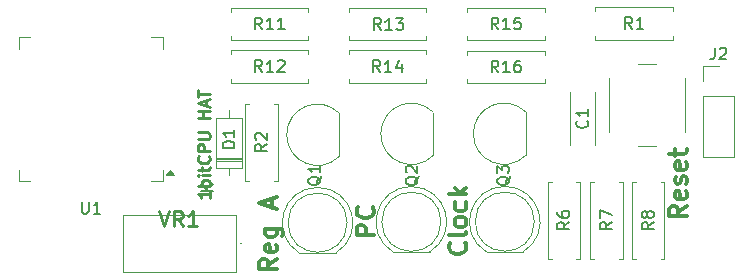
<source format=gto>
G04 #@! TF.GenerationSoftware,KiCad,Pcbnew,8.0.8*
G04 #@! TF.CreationDate,2025-02-26T07:42:39+09:00*
G04 #@! TF.ProjectId,1bit-cpu_HAT,31626974-2d63-4707-955f-4841542e6b69,rev?*
G04 #@! TF.SameCoordinates,Original*
G04 #@! TF.FileFunction,Legend,Top*
G04 #@! TF.FilePolarity,Positive*
%FSLAX46Y46*%
G04 Gerber Fmt 4.6, Leading zero omitted, Abs format (unit mm)*
G04 Created by KiCad (PCBNEW 8.0.8) date 2025-02-26 07:42:39*
%MOMM*%
%LPD*%
G01*
G04 APERTURE LIST*
%ADD10C,0.300000*%
%ADD11C,0.250000*%
%ADD12C,0.150000*%
%ADD13C,0.254000*%
%ADD14C,0.120000*%
%ADD15C,0.100000*%
G04 APERTURE END LIST*
D10*
X163707971Y-116198346D02*
X163779400Y-116269774D01*
X163779400Y-116269774D02*
X163850828Y-116484060D01*
X163850828Y-116484060D02*
X163850828Y-116626917D01*
X163850828Y-116626917D02*
X163779400Y-116841203D01*
X163779400Y-116841203D02*
X163636542Y-116984060D01*
X163636542Y-116984060D02*
X163493685Y-117055489D01*
X163493685Y-117055489D02*
X163207971Y-117126917D01*
X163207971Y-117126917D02*
X162993685Y-117126917D01*
X162993685Y-117126917D02*
X162707971Y-117055489D01*
X162707971Y-117055489D02*
X162565114Y-116984060D01*
X162565114Y-116984060D02*
X162422257Y-116841203D01*
X162422257Y-116841203D02*
X162350828Y-116626917D01*
X162350828Y-116626917D02*
X162350828Y-116484060D01*
X162350828Y-116484060D02*
X162422257Y-116269774D01*
X162422257Y-116269774D02*
X162493685Y-116198346D01*
X163850828Y-115341203D02*
X163779400Y-115484060D01*
X163779400Y-115484060D02*
X163636542Y-115555489D01*
X163636542Y-115555489D02*
X162350828Y-115555489D01*
X163850828Y-114555489D02*
X163779400Y-114698346D01*
X163779400Y-114698346D02*
X163707971Y-114769775D01*
X163707971Y-114769775D02*
X163565114Y-114841203D01*
X163565114Y-114841203D02*
X163136542Y-114841203D01*
X163136542Y-114841203D02*
X162993685Y-114769775D01*
X162993685Y-114769775D02*
X162922257Y-114698346D01*
X162922257Y-114698346D02*
X162850828Y-114555489D01*
X162850828Y-114555489D02*
X162850828Y-114341203D01*
X162850828Y-114341203D02*
X162922257Y-114198346D01*
X162922257Y-114198346D02*
X162993685Y-114126918D01*
X162993685Y-114126918D02*
X163136542Y-114055489D01*
X163136542Y-114055489D02*
X163565114Y-114055489D01*
X163565114Y-114055489D02*
X163707971Y-114126918D01*
X163707971Y-114126918D02*
X163779400Y-114198346D01*
X163779400Y-114198346D02*
X163850828Y-114341203D01*
X163850828Y-114341203D02*
X163850828Y-114555489D01*
X163779400Y-112769775D02*
X163850828Y-112912632D01*
X163850828Y-112912632D02*
X163850828Y-113198346D01*
X163850828Y-113198346D02*
X163779400Y-113341203D01*
X163779400Y-113341203D02*
X163707971Y-113412632D01*
X163707971Y-113412632D02*
X163565114Y-113484060D01*
X163565114Y-113484060D02*
X163136542Y-113484060D01*
X163136542Y-113484060D02*
X162993685Y-113412632D01*
X162993685Y-113412632D02*
X162922257Y-113341203D01*
X162922257Y-113341203D02*
X162850828Y-113198346D01*
X162850828Y-113198346D02*
X162850828Y-112912632D01*
X162850828Y-112912632D02*
X162922257Y-112769775D01*
X163850828Y-112126918D02*
X162350828Y-112126918D01*
X163279400Y-111984061D02*
X163850828Y-111555489D01*
X162850828Y-111555489D02*
X163422257Y-112126918D01*
X147800828Y-117588346D02*
X147086542Y-118088346D01*
X147800828Y-118445489D02*
X146300828Y-118445489D01*
X146300828Y-118445489D02*
X146300828Y-117874060D01*
X146300828Y-117874060D02*
X146372257Y-117731203D01*
X146372257Y-117731203D02*
X146443685Y-117659774D01*
X146443685Y-117659774D02*
X146586542Y-117588346D01*
X146586542Y-117588346D02*
X146800828Y-117588346D01*
X146800828Y-117588346D02*
X146943685Y-117659774D01*
X146943685Y-117659774D02*
X147015114Y-117731203D01*
X147015114Y-117731203D02*
X147086542Y-117874060D01*
X147086542Y-117874060D02*
X147086542Y-118445489D01*
X147729400Y-116374060D02*
X147800828Y-116516917D01*
X147800828Y-116516917D02*
X147800828Y-116802632D01*
X147800828Y-116802632D02*
X147729400Y-116945489D01*
X147729400Y-116945489D02*
X147586542Y-117016917D01*
X147586542Y-117016917D02*
X147015114Y-117016917D01*
X147015114Y-117016917D02*
X146872257Y-116945489D01*
X146872257Y-116945489D02*
X146800828Y-116802632D01*
X146800828Y-116802632D02*
X146800828Y-116516917D01*
X146800828Y-116516917D02*
X146872257Y-116374060D01*
X146872257Y-116374060D02*
X147015114Y-116302632D01*
X147015114Y-116302632D02*
X147157971Y-116302632D01*
X147157971Y-116302632D02*
X147300828Y-117016917D01*
X146800828Y-115016918D02*
X148015114Y-115016918D01*
X148015114Y-115016918D02*
X148157971Y-115088346D01*
X148157971Y-115088346D02*
X148229400Y-115159775D01*
X148229400Y-115159775D02*
X148300828Y-115302632D01*
X148300828Y-115302632D02*
X148300828Y-115516918D01*
X148300828Y-115516918D02*
X148229400Y-115659775D01*
X147729400Y-115016918D02*
X147800828Y-115159775D01*
X147800828Y-115159775D02*
X147800828Y-115445489D01*
X147800828Y-115445489D02*
X147729400Y-115588346D01*
X147729400Y-115588346D02*
X147657971Y-115659775D01*
X147657971Y-115659775D02*
X147515114Y-115731203D01*
X147515114Y-115731203D02*
X147086542Y-115731203D01*
X147086542Y-115731203D02*
X146943685Y-115659775D01*
X146943685Y-115659775D02*
X146872257Y-115588346D01*
X146872257Y-115588346D02*
X146800828Y-115445489D01*
X146800828Y-115445489D02*
X146800828Y-115159775D01*
X146800828Y-115159775D02*
X146872257Y-115016918D01*
X147372257Y-113231203D02*
X147372257Y-112516918D01*
X147800828Y-113374060D02*
X146300828Y-112874060D01*
X146300828Y-112874060D02*
X147800828Y-112374060D01*
X182500828Y-113088346D02*
X181786542Y-113588346D01*
X182500828Y-113945489D02*
X181000828Y-113945489D01*
X181000828Y-113945489D02*
X181000828Y-113374060D01*
X181000828Y-113374060D02*
X181072257Y-113231203D01*
X181072257Y-113231203D02*
X181143685Y-113159774D01*
X181143685Y-113159774D02*
X181286542Y-113088346D01*
X181286542Y-113088346D02*
X181500828Y-113088346D01*
X181500828Y-113088346D02*
X181643685Y-113159774D01*
X181643685Y-113159774D02*
X181715114Y-113231203D01*
X181715114Y-113231203D02*
X181786542Y-113374060D01*
X181786542Y-113374060D02*
X181786542Y-113945489D01*
X182429400Y-111874060D02*
X182500828Y-112016917D01*
X182500828Y-112016917D02*
X182500828Y-112302632D01*
X182500828Y-112302632D02*
X182429400Y-112445489D01*
X182429400Y-112445489D02*
X182286542Y-112516917D01*
X182286542Y-112516917D02*
X181715114Y-112516917D01*
X181715114Y-112516917D02*
X181572257Y-112445489D01*
X181572257Y-112445489D02*
X181500828Y-112302632D01*
X181500828Y-112302632D02*
X181500828Y-112016917D01*
X181500828Y-112016917D02*
X181572257Y-111874060D01*
X181572257Y-111874060D02*
X181715114Y-111802632D01*
X181715114Y-111802632D02*
X181857971Y-111802632D01*
X181857971Y-111802632D02*
X182000828Y-112516917D01*
X182429400Y-111231203D02*
X182500828Y-111088346D01*
X182500828Y-111088346D02*
X182500828Y-110802632D01*
X182500828Y-110802632D02*
X182429400Y-110659775D01*
X182429400Y-110659775D02*
X182286542Y-110588346D01*
X182286542Y-110588346D02*
X182215114Y-110588346D01*
X182215114Y-110588346D02*
X182072257Y-110659775D01*
X182072257Y-110659775D02*
X182000828Y-110802632D01*
X182000828Y-110802632D02*
X182000828Y-111016918D01*
X182000828Y-111016918D02*
X181929400Y-111159775D01*
X181929400Y-111159775D02*
X181786542Y-111231203D01*
X181786542Y-111231203D02*
X181715114Y-111231203D01*
X181715114Y-111231203D02*
X181572257Y-111159775D01*
X181572257Y-111159775D02*
X181500828Y-111016918D01*
X181500828Y-111016918D02*
X181500828Y-110802632D01*
X181500828Y-110802632D02*
X181572257Y-110659775D01*
X182429400Y-109374060D02*
X182500828Y-109516917D01*
X182500828Y-109516917D02*
X182500828Y-109802632D01*
X182500828Y-109802632D02*
X182429400Y-109945489D01*
X182429400Y-109945489D02*
X182286542Y-110016917D01*
X182286542Y-110016917D02*
X181715114Y-110016917D01*
X181715114Y-110016917D02*
X181572257Y-109945489D01*
X181572257Y-109945489D02*
X181500828Y-109802632D01*
X181500828Y-109802632D02*
X181500828Y-109516917D01*
X181500828Y-109516917D02*
X181572257Y-109374060D01*
X181572257Y-109374060D02*
X181715114Y-109302632D01*
X181715114Y-109302632D02*
X181857971Y-109302632D01*
X181857971Y-109302632D02*
X182000828Y-110016917D01*
X181500828Y-108874060D02*
X181500828Y-108302632D01*
X181000828Y-108659775D02*
X182286542Y-108659775D01*
X182286542Y-108659775D02*
X182429400Y-108588346D01*
X182429400Y-108588346D02*
X182500828Y-108445489D01*
X182500828Y-108445489D02*
X182500828Y-108302632D01*
D11*
X142114619Y-111823622D02*
X142114619Y-112395050D01*
X142114619Y-112109336D02*
X141114619Y-112109336D01*
X141114619Y-112109336D02*
X141257476Y-112204574D01*
X141257476Y-112204574D02*
X141352714Y-112299812D01*
X141352714Y-112299812D02*
X141400333Y-112395050D01*
X142114619Y-111395050D02*
X141114619Y-111395050D01*
X141495571Y-111395050D02*
X141447952Y-111299812D01*
X141447952Y-111299812D02*
X141447952Y-111109336D01*
X141447952Y-111109336D02*
X141495571Y-111014098D01*
X141495571Y-111014098D02*
X141543190Y-110966479D01*
X141543190Y-110966479D02*
X141638428Y-110918860D01*
X141638428Y-110918860D02*
X141924142Y-110918860D01*
X141924142Y-110918860D02*
X142019380Y-110966479D01*
X142019380Y-110966479D02*
X142067000Y-111014098D01*
X142067000Y-111014098D02*
X142114619Y-111109336D01*
X142114619Y-111109336D02*
X142114619Y-111299812D01*
X142114619Y-111299812D02*
X142067000Y-111395050D01*
X142114619Y-110490288D02*
X141447952Y-110490288D01*
X141114619Y-110490288D02*
X141162238Y-110537907D01*
X141162238Y-110537907D02*
X141209857Y-110490288D01*
X141209857Y-110490288D02*
X141162238Y-110442669D01*
X141162238Y-110442669D02*
X141114619Y-110490288D01*
X141114619Y-110490288D02*
X141209857Y-110490288D01*
X141447952Y-110156955D02*
X141447952Y-109776003D01*
X141114619Y-110014098D02*
X141971761Y-110014098D01*
X141971761Y-110014098D02*
X142067000Y-109966479D01*
X142067000Y-109966479D02*
X142114619Y-109871241D01*
X142114619Y-109871241D02*
X142114619Y-109776003D01*
X142019380Y-108871241D02*
X142067000Y-108918860D01*
X142067000Y-108918860D02*
X142114619Y-109061717D01*
X142114619Y-109061717D02*
X142114619Y-109156955D01*
X142114619Y-109156955D02*
X142067000Y-109299812D01*
X142067000Y-109299812D02*
X141971761Y-109395050D01*
X141971761Y-109395050D02*
X141876523Y-109442669D01*
X141876523Y-109442669D02*
X141686047Y-109490288D01*
X141686047Y-109490288D02*
X141543190Y-109490288D01*
X141543190Y-109490288D02*
X141352714Y-109442669D01*
X141352714Y-109442669D02*
X141257476Y-109395050D01*
X141257476Y-109395050D02*
X141162238Y-109299812D01*
X141162238Y-109299812D02*
X141114619Y-109156955D01*
X141114619Y-109156955D02*
X141114619Y-109061717D01*
X141114619Y-109061717D02*
X141162238Y-108918860D01*
X141162238Y-108918860D02*
X141209857Y-108871241D01*
X142114619Y-108442669D02*
X141114619Y-108442669D01*
X141114619Y-108442669D02*
X141114619Y-108061717D01*
X141114619Y-108061717D02*
X141162238Y-107966479D01*
X141162238Y-107966479D02*
X141209857Y-107918860D01*
X141209857Y-107918860D02*
X141305095Y-107871241D01*
X141305095Y-107871241D02*
X141447952Y-107871241D01*
X141447952Y-107871241D02*
X141543190Y-107918860D01*
X141543190Y-107918860D02*
X141590809Y-107966479D01*
X141590809Y-107966479D02*
X141638428Y-108061717D01*
X141638428Y-108061717D02*
X141638428Y-108442669D01*
X141114619Y-107442669D02*
X141924142Y-107442669D01*
X141924142Y-107442669D02*
X142019380Y-107395050D01*
X142019380Y-107395050D02*
X142067000Y-107347431D01*
X142067000Y-107347431D02*
X142114619Y-107252193D01*
X142114619Y-107252193D02*
X142114619Y-107061717D01*
X142114619Y-107061717D02*
X142067000Y-106966479D01*
X142067000Y-106966479D02*
X142019380Y-106918860D01*
X142019380Y-106918860D02*
X141924142Y-106871241D01*
X141924142Y-106871241D02*
X141114619Y-106871241D01*
X142114619Y-105633145D02*
X141114619Y-105633145D01*
X141590809Y-105633145D02*
X141590809Y-105061717D01*
X142114619Y-105061717D02*
X141114619Y-105061717D01*
X141828904Y-104633145D02*
X141828904Y-104156955D01*
X142114619Y-104728383D02*
X141114619Y-104395050D01*
X141114619Y-104395050D02*
X142114619Y-104061717D01*
X141114619Y-103871240D02*
X141114619Y-103299812D01*
X142114619Y-103585526D02*
X141114619Y-103585526D01*
D10*
X156050828Y-115555489D02*
X154550828Y-115555489D01*
X154550828Y-115555489D02*
X154550828Y-114984060D01*
X154550828Y-114984060D02*
X154622257Y-114841203D01*
X154622257Y-114841203D02*
X154693685Y-114769774D01*
X154693685Y-114769774D02*
X154836542Y-114698346D01*
X154836542Y-114698346D02*
X155050828Y-114698346D01*
X155050828Y-114698346D02*
X155193685Y-114769774D01*
X155193685Y-114769774D02*
X155265114Y-114841203D01*
X155265114Y-114841203D02*
X155336542Y-114984060D01*
X155336542Y-114984060D02*
X155336542Y-115555489D01*
X155907971Y-113198346D02*
X155979400Y-113269774D01*
X155979400Y-113269774D02*
X156050828Y-113484060D01*
X156050828Y-113484060D02*
X156050828Y-113626917D01*
X156050828Y-113626917D02*
X155979400Y-113841203D01*
X155979400Y-113841203D02*
X155836542Y-113984060D01*
X155836542Y-113984060D02*
X155693685Y-114055489D01*
X155693685Y-114055489D02*
X155407971Y-114126917D01*
X155407971Y-114126917D02*
X155193685Y-114126917D01*
X155193685Y-114126917D02*
X154907971Y-114055489D01*
X154907971Y-114055489D02*
X154765114Y-113984060D01*
X154765114Y-113984060D02*
X154622257Y-113841203D01*
X154622257Y-113841203D02*
X154550828Y-113626917D01*
X154550828Y-113626917D02*
X154550828Y-113484060D01*
X154550828Y-113484060D02*
X154622257Y-113269774D01*
X154622257Y-113269774D02*
X154693685Y-113198346D01*
D12*
X144204819Y-108178094D02*
X143204819Y-108178094D01*
X143204819Y-108178094D02*
X143204819Y-107939999D01*
X143204819Y-107939999D02*
X143252438Y-107797142D01*
X143252438Y-107797142D02*
X143347676Y-107701904D01*
X143347676Y-107701904D02*
X143442914Y-107654285D01*
X143442914Y-107654285D02*
X143633390Y-107606666D01*
X143633390Y-107606666D02*
X143776247Y-107606666D01*
X143776247Y-107606666D02*
X143966723Y-107654285D01*
X143966723Y-107654285D02*
X144061961Y-107701904D01*
X144061961Y-107701904D02*
X144157200Y-107797142D01*
X144157200Y-107797142D02*
X144204819Y-107939999D01*
X144204819Y-107939999D02*
X144204819Y-108178094D01*
X144204819Y-106654285D02*
X144204819Y-107225713D01*
X144204819Y-106939999D02*
X143204819Y-106939999D01*
X143204819Y-106939999D02*
X143347676Y-107035237D01*
X143347676Y-107035237D02*
X143442914Y-107130475D01*
X143442914Y-107130475D02*
X143490533Y-107225713D01*
X142404819Y-111821904D02*
X141404819Y-111821904D01*
X142404819Y-111250476D02*
X141833390Y-111679047D01*
X141404819Y-111250476D02*
X141976247Y-111821904D01*
X167550057Y-110595238D02*
X167502438Y-110690476D01*
X167502438Y-110690476D02*
X167407200Y-110785714D01*
X167407200Y-110785714D02*
X167264342Y-110928571D01*
X167264342Y-110928571D02*
X167216723Y-111023809D01*
X167216723Y-111023809D02*
X167216723Y-111119047D01*
X167454819Y-111071428D02*
X167407200Y-111166666D01*
X167407200Y-111166666D02*
X167311961Y-111261904D01*
X167311961Y-111261904D02*
X167121485Y-111309523D01*
X167121485Y-111309523D02*
X166788152Y-111309523D01*
X166788152Y-111309523D02*
X166597676Y-111261904D01*
X166597676Y-111261904D02*
X166502438Y-111166666D01*
X166502438Y-111166666D02*
X166454819Y-111071428D01*
X166454819Y-111071428D02*
X166454819Y-110880952D01*
X166454819Y-110880952D02*
X166502438Y-110785714D01*
X166502438Y-110785714D02*
X166597676Y-110690476D01*
X166597676Y-110690476D02*
X166788152Y-110642857D01*
X166788152Y-110642857D02*
X167121485Y-110642857D01*
X167121485Y-110642857D02*
X167311961Y-110690476D01*
X167311961Y-110690476D02*
X167407200Y-110785714D01*
X167407200Y-110785714D02*
X167454819Y-110880952D01*
X167454819Y-110880952D02*
X167454819Y-111071428D01*
X166454819Y-110309523D02*
X166454819Y-109690476D01*
X166454819Y-109690476D02*
X166835771Y-110023809D01*
X166835771Y-110023809D02*
X166835771Y-109880952D01*
X166835771Y-109880952D02*
X166883390Y-109785714D01*
X166883390Y-109785714D02*
X166931009Y-109738095D01*
X166931009Y-109738095D02*
X167026247Y-109690476D01*
X167026247Y-109690476D02*
X167264342Y-109690476D01*
X167264342Y-109690476D02*
X167359580Y-109738095D01*
X167359580Y-109738095D02*
X167407200Y-109785714D01*
X167407200Y-109785714D02*
X167454819Y-109880952D01*
X167454819Y-109880952D02*
X167454819Y-110166666D01*
X167454819Y-110166666D02*
X167407200Y-110261904D01*
X167407200Y-110261904D02*
X167359580Y-110309523D01*
X166552142Y-98144819D02*
X166218809Y-97668628D01*
X165980714Y-98144819D02*
X165980714Y-97144819D01*
X165980714Y-97144819D02*
X166361666Y-97144819D01*
X166361666Y-97144819D02*
X166456904Y-97192438D01*
X166456904Y-97192438D02*
X166504523Y-97240057D01*
X166504523Y-97240057D02*
X166552142Y-97335295D01*
X166552142Y-97335295D02*
X166552142Y-97478152D01*
X166552142Y-97478152D02*
X166504523Y-97573390D01*
X166504523Y-97573390D02*
X166456904Y-97621009D01*
X166456904Y-97621009D02*
X166361666Y-97668628D01*
X166361666Y-97668628D02*
X165980714Y-97668628D01*
X167504523Y-98144819D02*
X166933095Y-98144819D01*
X167218809Y-98144819D02*
X167218809Y-97144819D01*
X167218809Y-97144819D02*
X167123571Y-97287676D01*
X167123571Y-97287676D02*
X167028333Y-97382914D01*
X167028333Y-97382914D02*
X166933095Y-97430533D01*
X168409285Y-97144819D02*
X167933095Y-97144819D01*
X167933095Y-97144819D02*
X167885476Y-97621009D01*
X167885476Y-97621009D02*
X167933095Y-97573390D01*
X167933095Y-97573390D02*
X168028333Y-97525771D01*
X168028333Y-97525771D02*
X168266428Y-97525771D01*
X168266428Y-97525771D02*
X168361666Y-97573390D01*
X168361666Y-97573390D02*
X168409285Y-97621009D01*
X168409285Y-97621009D02*
X168456904Y-97716247D01*
X168456904Y-97716247D02*
X168456904Y-97954342D01*
X168456904Y-97954342D02*
X168409285Y-98049580D01*
X168409285Y-98049580D02*
X168361666Y-98097200D01*
X168361666Y-98097200D02*
X168266428Y-98144819D01*
X168266428Y-98144819D02*
X168028333Y-98144819D01*
X168028333Y-98144819D02*
X167933095Y-98097200D01*
X167933095Y-98097200D02*
X167885476Y-98049580D01*
X151550057Y-110595238D02*
X151502438Y-110690476D01*
X151502438Y-110690476D02*
X151407200Y-110785714D01*
X151407200Y-110785714D02*
X151264342Y-110928571D01*
X151264342Y-110928571D02*
X151216723Y-111023809D01*
X151216723Y-111023809D02*
X151216723Y-111119047D01*
X151454819Y-111071428D02*
X151407200Y-111166666D01*
X151407200Y-111166666D02*
X151311961Y-111261904D01*
X151311961Y-111261904D02*
X151121485Y-111309523D01*
X151121485Y-111309523D02*
X150788152Y-111309523D01*
X150788152Y-111309523D02*
X150597676Y-111261904D01*
X150597676Y-111261904D02*
X150502438Y-111166666D01*
X150502438Y-111166666D02*
X150454819Y-111071428D01*
X150454819Y-111071428D02*
X150454819Y-110880952D01*
X150454819Y-110880952D02*
X150502438Y-110785714D01*
X150502438Y-110785714D02*
X150597676Y-110690476D01*
X150597676Y-110690476D02*
X150788152Y-110642857D01*
X150788152Y-110642857D02*
X151121485Y-110642857D01*
X151121485Y-110642857D02*
X151311961Y-110690476D01*
X151311961Y-110690476D02*
X151407200Y-110785714D01*
X151407200Y-110785714D02*
X151454819Y-110880952D01*
X151454819Y-110880952D02*
X151454819Y-111071428D01*
X151454819Y-109690476D02*
X151454819Y-110261904D01*
X151454819Y-109976190D02*
X150454819Y-109976190D01*
X150454819Y-109976190D02*
X150597676Y-110071428D01*
X150597676Y-110071428D02*
X150692914Y-110166666D01*
X150692914Y-110166666D02*
X150740533Y-110261904D01*
X179699819Y-114481666D02*
X179223628Y-114814999D01*
X179699819Y-115053094D02*
X178699819Y-115053094D01*
X178699819Y-115053094D02*
X178699819Y-114672142D01*
X178699819Y-114672142D02*
X178747438Y-114576904D01*
X178747438Y-114576904D02*
X178795057Y-114529285D01*
X178795057Y-114529285D02*
X178890295Y-114481666D01*
X178890295Y-114481666D02*
X179033152Y-114481666D01*
X179033152Y-114481666D02*
X179128390Y-114529285D01*
X179128390Y-114529285D02*
X179176009Y-114576904D01*
X179176009Y-114576904D02*
X179223628Y-114672142D01*
X179223628Y-114672142D02*
X179223628Y-115053094D01*
X179128390Y-113910237D02*
X179080771Y-114005475D01*
X179080771Y-114005475D02*
X179033152Y-114053094D01*
X179033152Y-114053094D02*
X178937914Y-114100713D01*
X178937914Y-114100713D02*
X178890295Y-114100713D01*
X178890295Y-114100713D02*
X178795057Y-114053094D01*
X178795057Y-114053094D02*
X178747438Y-114005475D01*
X178747438Y-114005475D02*
X178699819Y-113910237D01*
X178699819Y-113910237D02*
X178699819Y-113719761D01*
X178699819Y-113719761D02*
X178747438Y-113624523D01*
X178747438Y-113624523D02*
X178795057Y-113576904D01*
X178795057Y-113576904D02*
X178890295Y-113529285D01*
X178890295Y-113529285D02*
X178937914Y-113529285D01*
X178937914Y-113529285D02*
X179033152Y-113576904D01*
X179033152Y-113576904D02*
X179080771Y-113624523D01*
X179080771Y-113624523D02*
X179128390Y-113719761D01*
X179128390Y-113719761D02*
X179128390Y-113910237D01*
X179128390Y-113910237D02*
X179176009Y-114005475D01*
X179176009Y-114005475D02*
X179223628Y-114053094D01*
X179223628Y-114053094D02*
X179318866Y-114100713D01*
X179318866Y-114100713D02*
X179509342Y-114100713D01*
X179509342Y-114100713D02*
X179604580Y-114053094D01*
X179604580Y-114053094D02*
X179652200Y-114005475D01*
X179652200Y-114005475D02*
X179699819Y-113910237D01*
X179699819Y-113910237D02*
X179699819Y-113719761D01*
X179699819Y-113719761D02*
X179652200Y-113624523D01*
X179652200Y-113624523D02*
X179604580Y-113576904D01*
X179604580Y-113576904D02*
X179509342Y-113529285D01*
X179509342Y-113529285D02*
X179318866Y-113529285D01*
X179318866Y-113529285D02*
X179223628Y-113576904D01*
X179223628Y-113576904D02*
X179176009Y-113624523D01*
X179176009Y-113624523D02*
X179128390Y-113719761D01*
X184866666Y-99684819D02*
X184866666Y-100399104D01*
X184866666Y-100399104D02*
X184819047Y-100541961D01*
X184819047Y-100541961D02*
X184723809Y-100637200D01*
X184723809Y-100637200D02*
X184580952Y-100684819D01*
X184580952Y-100684819D02*
X184485714Y-100684819D01*
X185295238Y-99780057D02*
X185342857Y-99732438D01*
X185342857Y-99732438D02*
X185438095Y-99684819D01*
X185438095Y-99684819D02*
X185676190Y-99684819D01*
X185676190Y-99684819D02*
X185771428Y-99732438D01*
X185771428Y-99732438D02*
X185819047Y-99780057D01*
X185819047Y-99780057D02*
X185866666Y-99875295D01*
X185866666Y-99875295D02*
X185866666Y-99970533D01*
X185866666Y-99970533D02*
X185819047Y-100113390D01*
X185819047Y-100113390D02*
X185247619Y-100684819D01*
X185247619Y-100684819D02*
X185866666Y-100684819D01*
X177883333Y-98104819D02*
X177550000Y-97628628D01*
X177311905Y-98104819D02*
X177311905Y-97104819D01*
X177311905Y-97104819D02*
X177692857Y-97104819D01*
X177692857Y-97104819D02*
X177788095Y-97152438D01*
X177788095Y-97152438D02*
X177835714Y-97200057D01*
X177835714Y-97200057D02*
X177883333Y-97295295D01*
X177883333Y-97295295D02*
X177883333Y-97438152D01*
X177883333Y-97438152D02*
X177835714Y-97533390D01*
X177835714Y-97533390D02*
X177788095Y-97581009D01*
X177788095Y-97581009D02*
X177692857Y-97628628D01*
X177692857Y-97628628D02*
X177311905Y-97628628D01*
X178835714Y-98104819D02*
X178264286Y-98104819D01*
X178550000Y-98104819D02*
X178550000Y-97104819D01*
X178550000Y-97104819D02*
X178454762Y-97247676D01*
X178454762Y-97247676D02*
X178359524Y-97342914D01*
X178359524Y-97342914D02*
X178264286Y-97390533D01*
D13*
X137836905Y-113554318D02*
X138260238Y-114824318D01*
X138260238Y-114824318D02*
X138683572Y-113554318D01*
X139832619Y-114824318D02*
X139409285Y-114219556D01*
X139106904Y-114824318D02*
X139106904Y-113554318D01*
X139106904Y-113554318D02*
X139590714Y-113554318D01*
X139590714Y-113554318D02*
X139711666Y-113614794D01*
X139711666Y-113614794D02*
X139772143Y-113675270D01*
X139772143Y-113675270D02*
X139832619Y-113796222D01*
X139832619Y-113796222D02*
X139832619Y-113977651D01*
X139832619Y-113977651D02*
X139772143Y-114098603D01*
X139772143Y-114098603D02*
X139711666Y-114159080D01*
X139711666Y-114159080D02*
X139590714Y-114219556D01*
X139590714Y-114219556D02*
X139106904Y-114219556D01*
X141042143Y-114824318D02*
X140316428Y-114824318D01*
X140679285Y-114824318D02*
X140679285Y-113554318D01*
X140679285Y-113554318D02*
X140558333Y-113735746D01*
X140558333Y-113735746D02*
X140437381Y-113856699D01*
X140437381Y-113856699D02*
X140316428Y-113917175D01*
D12*
X176154819Y-114466666D02*
X175678628Y-114799999D01*
X176154819Y-115038094D02*
X175154819Y-115038094D01*
X175154819Y-115038094D02*
X175154819Y-114657142D01*
X175154819Y-114657142D02*
X175202438Y-114561904D01*
X175202438Y-114561904D02*
X175250057Y-114514285D01*
X175250057Y-114514285D02*
X175345295Y-114466666D01*
X175345295Y-114466666D02*
X175488152Y-114466666D01*
X175488152Y-114466666D02*
X175583390Y-114514285D01*
X175583390Y-114514285D02*
X175631009Y-114561904D01*
X175631009Y-114561904D02*
X175678628Y-114657142D01*
X175678628Y-114657142D02*
X175678628Y-115038094D01*
X175154819Y-114133332D02*
X175154819Y-113466666D01*
X175154819Y-113466666D02*
X176154819Y-113895237D01*
X159800057Y-110595238D02*
X159752438Y-110690476D01*
X159752438Y-110690476D02*
X159657200Y-110785714D01*
X159657200Y-110785714D02*
X159514342Y-110928571D01*
X159514342Y-110928571D02*
X159466723Y-111023809D01*
X159466723Y-111023809D02*
X159466723Y-111119047D01*
X159704819Y-111071428D02*
X159657200Y-111166666D01*
X159657200Y-111166666D02*
X159561961Y-111261904D01*
X159561961Y-111261904D02*
X159371485Y-111309523D01*
X159371485Y-111309523D02*
X159038152Y-111309523D01*
X159038152Y-111309523D02*
X158847676Y-111261904D01*
X158847676Y-111261904D02*
X158752438Y-111166666D01*
X158752438Y-111166666D02*
X158704819Y-111071428D01*
X158704819Y-111071428D02*
X158704819Y-110880952D01*
X158704819Y-110880952D02*
X158752438Y-110785714D01*
X158752438Y-110785714D02*
X158847676Y-110690476D01*
X158847676Y-110690476D02*
X159038152Y-110642857D01*
X159038152Y-110642857D02*
X159371485Y-110642857D01*
X159371485Y-110642857D02*
X159561961Y-110690476D01*
X159561961Y-110690476D02*
X159657200Y-110785714D01*
X159657200Y-110785714D02*
X159704819Y-110880952D01*
X159704819Y-110880952D02*
X159704819Y-111071428D01*
X158800057Y-110261904D02*
X158752438Y-110214285D01*
X158752438Y-110214285D02*
X158704819Y-110119047D01*
X158704819Y-110119047D02*
X158704819Y-109880952D01*
X158704819Y-109880952D02*
X158752438Y-109785714D01*
X158752438Y-109785714D02*
X158800057Y-109738095D01*
X158800057Y-109738095D02*
X158895295Y-109690476D01*
X158895295Y-109690476D02*
X158990533Y-109690476D01*
X158990533Y-109690476D02*
X159133390Y-109738095D01*
X159133390Y-109738095D02*
X159704819Y-110309523D01*
X159704819Y-110309523D02*
X159704819Y-109690476D01*
X166552142Y-101794819D02*
X166218809Y-101318628D01*
X165980714Y-101794819D02*
X165980714Y-100794819D01*
X165980714Y-100794819D02*
X166361666Y-100794819D01*
X166361666Y-100794819D02*
X166456904Y-100842438D01*
X166456904Y-100842438D02*
X166504523Y-100890057D01*
X166504523Y-100890057D02*
X166552142Y-100985295D01*
X166552142Y-100985295D02*
X166552142Y-101128152D01*
X166552142Y-101128152D02*
X166504523Y-101223390D01*
X166504523Y-101223390D02*
X166456904Y-101271009D01*
X166456904Y-101271009D02*
X166361666Y-101318628D01*
X166361666Y-101318628D02*
X165980714Y-101318628D01*
X167504523Y-101794819D02*
X166933095Y-101794819D01*
X167218809Y-101794819D02*
X167218809Y-100794819D01*
X167218809Y-100794819D02*
X167123571Y-100937676D01*
X167123571Y-100937676D02*
X167028333Y-101032914D01*
X167028333Y-101032914D02*
X166933095Y-101080533D01*
X168361666Y-100794819D02*
X168171190Y-100794819D01*
X168171190Y-100794819D02*
X168075952Y-100842438D01*
X168075952Y-100842438D02*
X168028333Y-100890057D01*
X168028333Y-100890057D02*
X167933095Y-101032914D01*
X167933095Y-101032914D02*
X167885476Y-101223390D01*
X167885476Y-101223390D02*
X167885476Y-101604342D01*
X167885476Y-101604342D02*
X167933095Y-101699580D01*
X167933095Y-101699580D02*
X167980714Y-101747200D01*
X167980714Y-101747200D02*
X168075952Y-101794819D01*
X168075952Y-101794819D02*
X168266428Y-101794819D01*
X168266428Y-101794819D02*
X168361666Y-101747200D01*
X168361666Y-101747200D02*
X168409285Y-101699580D01*
X168409285Y-101699580D02*
X168456904Y-101604342D01*
X168456904Y-101604342D02*
X168456904Y-101366247D01*
X168456904Y-101366247D02*
X168409285Y-101271009D01*
X168409285Y-101271009D02*
X168361666Y-101223390D01*
X168361666Y-101223390D02*
X168266428Y-101175771D01*
X168266428Y-101175771D02*
X168075952Y-101175771D01*
X168075952Y-101175771D02*
X167980714Y-101223390D01*
X167980714Y-101223390D02*
X167933095Y-101271009D01*
X167933095Y-101271009D02*
X167885476Y-101366247D01*
X146547142Y-101754819D02*
X146213809Y-101278628D01*
X145975714Y-101754819D02*
X145975714Y-100754819D01*
X145975714Y-100754819D02*
X146356666Y-100754819D01*
X146356666Y-100754819D02*
X146451904Y-100802438D01*
X146451904Y-100802438D02*
X146499523Y-100850057D01*
X146499523Y-100850057D02*
X146547142Y-100945295D01*
X146547142Y-100945295D02*
X146547142Y-101088152D01*
X146547142Y-101088152D02*
X146499523Y-101183390D01*
X146499523Y-101183390D02*
X146451904Y-101231009D01*
X146451904Y-101231009D02*
X146356666Y-101278628D01*
X146356666Y-101278628D02*
X145975714Y-101278628D01*
X147499523Y-101754819D02*
X146928095Y-101754819D01*
X147213809Y-101754819D02*
X147213809Y-100754819D01*
X147213809Y-100754819D02*
X147118571Y-100897676D01*
X147118571Y-100897676D02*
X147023333Y-100992914D01*
X147023333Y-100992914D02*
X146928095Y-101040533D01*
X147880476Y-100850057D02*
X147928095Y-100802438D01*
X147928095Y-100802438D02*
X148023333Y-100754819D01*
X148023333Y-100754819D02*
X148261428Y-100754819D01*
X148261428Y-100754819D02*
X148356666Y-100802438D01*
X148356666Y-100802438D02*
X148404285Y-100850057D01*
X148404285Y-100850057D02*
X148451904Y-100945295D01*
X148451904Y-100945295D02*
X148451904Y-101040533D01*
X148451904Y-101040533D02*
X148404285Y-101183390D01*
X148404285Y-101183390D02*
X147832857Y-101754819D01*
X147832857Y-101754819D02*
X148451904Y-101754819D01*
X131288095Y-112747319D02*
X131288095Y-113556842D01*
X131288095Y-113556842D02*
X131335714Y-113652080D01*
X131335714Y-113652080D02*
X131383333Y-113699700D01*
X131383333Y-113699700D02*
X131478571Y-113747319D01*
X131478571Y-113747319D02*
X131669047Y-113747319D01*
X131669047Y-113747319D02*
X131764285Y-113699700D01*
X131764285Y-113699700D02*
X131811904Y-113652080D01*
X131811904Y-113652080D02*
X131859523Y-113556842D01*
X131859523Y-113556842D02*
X131859523Y-112747319D01*
X132859523Y-113747319D02*
X132288095Y-113747319D01*
X132573809Y-113747319D02*
X132573809Y-112747319D01*
X132573809Y-112747319D02*
X132478571Y-112890176D01*
X132478571Y-112890176D02*
X132383333Y-112985414D01*
X132383333Y-112985414D02*
X132288095Y-113033033D01*
X156547142Y-101754819D02*
X156213809Y-101278628D01*
X155975714Y-101754819D02*
X155975714Y-100754819D01*
X155975714Y-100754819D02*
X156356666Y-100754819D01*
X156356666Y-100754819D02*
X156451904Y-100802438D01*
X156451904Y-100802438D02*
X156499523Y-100850057D01*
X156499523Y-100850057D02*
X156547142Y-100945295D01*
X156547142Y-100945295D02*
X156547142Y-101088152D01*
X156547142Y-101088152D02*
X156499523Y-101183390D01*
X156499523Y-101183390D02*
X156451904Y-101231009D01*
X156451904Y-101231009D02*
X156356666Y-101278628D01*
X156356666Y-101278628D02*
X155975714Y-101278628D01*
X157499523Y-101754819D02*
X156928095Y-101754819D01*
X157213809Y-101754819D02*
X157213809Y-100754819D01*
X157213809Y-100754819D02*
X157118571Y-100897676D01*
X157118571Y-100897676D02*
X157023333Y-100992914D01*
X157023333Y-100992914D02*
X156928095Y-101040533D01*
X158356666Y-101088152D02*
X158356666Y-101754819D01*
X158118571Y-100707200D02*
X157880476Y-101421485D01*
X157880476Y-101421485D02*
X158499523Y-101421485D01*
X174059580Y-105866666D02*
X174107200Y-105914285D01*
X174107200Y-105914285D02*
X174154819Y-106057142D01*
X174154819Y-106057142D02*
X174154819Y-106152380D01*
X174154819Y-106152380D02*
X174107200Y-106295237D01*
X174107200Y-106295237D02*
X174011961Y-106390475D01*
X174011961Y-106390475D02*
X173916723Y-106438094D01*
X173916723Y-106438094D02*
X173726247Y-106485713D01*
X173726247Y-106485713D02*
X173583390Y-106485713D01*
X173583390Y-106485713D02*
X173392914Y-106438094D01*
X173392914Y-106438094D02*
X173297676Y-106390475D01*
X173297676Y-106390475D02*
X173202438Y-106295237D01*
X173202438Y-106295237D02*
X173154819Y-106152380D01*
X173154819Y-106152380D02*
X173154819Y-106057142D01*
X173154819Y-106057142D02*
X173202438Y-105914285D01*
X173202438Y-105914285D02*
X173250057Y-105866666D01*
X174154819Y-104914285D02*
X174154819Y-105485713D01*
X174154819Y-105199999D02*
X173154819Y-105199999D01*
X173154819Y-105199999D02*
X173297676Y-105295237D01*
X173297676Y-105295237D02*
X173392914Y-105390475D01*
X173392914Y-105390475D02*
X173440533Y-105485713D01*
X146954819Y-107866666D02*
X146478628Y-108199999D01*
X146954819Y-108438094D02*
X145954819Y-108438094D01*
X145954819Y-108438094D02*
X145954819Y-108057142D01*
X145954819Y-108057142D02*
X146002438Y-107961904D01*
X146002438Y-107961904D02*
X146050057Y-107914285D01*
X146050057Y-107914285D02*
X146145295Y-107866666D01*
X146145295Y-107866666D02*
X146288152Y-107866666D01*
X146288152Y-107866666D02*
X146383390Y-107914285D01*
X146383390Y-107914285D02*
X146431009Y-107961904D01*
X146431009Y-107961904D02*
X146478628Y-108057142D01*
X146478628Y-108057142D02*
X146478628Y-108438094D01*
X146050057Y-107485713D02*
X146002438Y-107438094D01*
X146002438Y-107438094D02*
X145954819Y-107342856D01*
X145954819Y-107342856D02*
X145954819Y-107104761D01*
X145954819Y-107104761D02*
X146002438Y-107009523D01*
X146002438Y-107009523D02*
X146050057Y-106961904D01*
X146050057Y-106961904D02*
X146145295Y-106914285D01*
X146145295Y-106914285D02*
X146240533Y-106914285D01*
X146240533Y-106914285D02*
X146383390Y-106961904D01*
X146383390Y-106961904D02*
X146954819Y-107533332D01*
X146954819Y-107533332D02*
X146954819Y-106914285D01*
X146547142Y-98154819D02*
X146213809Y-97678628D01*
X145975714Y-98154819D02*
X145975714Y-97154819D01*
X145975714Y-97154819D02*
X146356666Y-97154819D01*
X146356666Y-97154819D02*
X146451904Y-97202438D01*
X146451904Y-97202438D02*
X146499523Y-97250057D01*
X146499523Y-97250057D02*
X146547142Y-97345295D01*
X146547142Y-97345295D02*
X146547142Y-97488152D01*
X146547142Y-97488152D02*
X146499523Y-97583390D01*
X146499523Y-97583390D02*
X146451904Y-97631009D01*
X146451904Y-97631009D02*
X146356666Y-97678628D01*
X146356666Y-97678628D02*
X145975714Y-97678628D01*
X147499523Y-98154819D02*
X146928095Y-98154819D01*
X147213809Y-98154819D02*
X147213809Y-97154819D01*
X147213809Y-97154819D02*
X147118571Y-97297676D01*
X147118571Y-97297676D02*
X147023333Y-97392914D01*
X147023333Y-97392914D02*
X146928095Y-97440533D01*
X148451904Y-98154819D02*
X147880476Y-98154819D01*
X148166190Y-98154819D02*
X148166190Y-97154819D01*
X148166190Y-97154819D02*
X148070952Y-97297676D01*
X148070952Y-97297676D02*
X147975714Y-97392914D01*
X147975714Y-97392914D02*
X147880476Y-97440533D01*
X172554819Y-114466666D02*
X172078628Y-114799999D01*
X172554819Y-115038094D02*
X171554819Y-115038094D01*
X171554819Y-115038094D02*
X171554819Y-114657142D01*
X171554819Y-114657142D02*
X171602438Y-114561904D01*
X171602438Y-114561904D02*
X171650057Y-114514285D01*
X171650057Y-114514285D02*
X171745295Y-114466666D01*
X171745295Y-114466666D02*
X171888152Y-114466666D01*
X171888152Y-114466666D02*
X171983390Y-114514285D01*
X171983390Y-114514285D02*
X172031009Y-114561904D01*
X172031009Y-114561904D02*
X172078628Y-114657142D01*
X172078628Y-114657142D02*
X172078628Y-115038094D01*
X171554819Y-113609523D02*
X171554819Y-113799999D01*
X171554819Y-113799999D02*
X171602438Y-113895237D01*
X171602438Y-113895237D02*
X171650057Y-113942856D01*
X171650057Y-113942856D02*
X171792914Y-114038094D01*
X171792914Y-114038094D02*
X171983390Y-114085713D01*
X171983390Y-114085713D02*
X172364342Y-114085713D01*
X172364342Y-114085713D02*
X172459580Y-114038094D01*
X172459580Y-114038094D02*
X172507200Y-113990475D01*
X172507200Y-113990475D02*
X172554819Y-113895237D01*
X172554819Y-113895237D02*
X172554819Y-113704761D01*
X172554819Y-113704761D02*
X172507200Y-113609523D01*
X172507200Y-113609523D02*
X172459580Y-113561904D01*
X172459580Y-113561904D02*
X172364342Y-113514285D01*
X172364342Y-113514285D02*
X172126247Y-113514285D01*
X172126247Y-113514285D02*
X172031009Y-113561904D01*
X172031009Y-113561904D02*
X171983390Y-113609523D01*
X171983390Y-113609523D02*
X171935771Y-113704761D01*
X171935771Y-113704761D02*
X171935771Y-113895237D01*
X171935771Y-113895237D02*
X171983390Y-113990475D01*
X171983390Y-113990475D02*
X172031009Y-114038094D01*
X172031009Y-114038094D02*
X172126247Y-114085713D01*
X156607142Y-98204819D02*
X156273809Y-97728628D01*
X156035714Y-98204819D02*
X156035714Y-97204819D01*
X156035714Y-97204819D02*
X156416666Y-97204819D01*
X156416666Y-97204819D02*
X156511904Y-97252438D01*
X156511904Y-97252438D02*
X156559523Y-97300057D01*
X156559523Y-97300057D02*
X156607142Y-97395295D01*
X156607142Y-97395295D02*
X156607142Y-97538152D01*
X156607142Y-97538152D02*
X156559523Y-97633390D01*
X156559523Y-97633390D02*
X156511904Y-97681009D01*
X156511904Y-97681009D02*
X156416666Y-97728628D01*
X156416666Y-97728628D02*
X156035714Y-97728628D01*
X157559523Y-98204819D02*
X156988095Y-98204819D01*
X157273809Y-98204819D02*
X157273809Y-97204819D01*
X157273809Y-97204819D02*
X157178571Y-97347676D01*
X157178571Y-97347676D02*
X157083333Y-97442914D01*
X157083333Y-97442914D02*
X156988095Y-97490533D01*
X157892857Y-97204819D02*
X158511904Y-97204819D01*
X158511904Y-97204819D02*
X158178571Y-97585771D01*
X158178571Y-97585771D02*
X158321428Y-97585771D01*
X158321428Y-97585771D02*
X158416666Y-97633390D01*
X158416666Y-97633390D02*
X158464285Y-97681009D01*
X158464285Y-97681009D02*
X158511904Y-97776247D01*
X158511904Y-97776247D02*
X158511904Y-98014342D01*
X158511904Y-98014342D02*
X158464285Y-98109580D01*
X158464285Y-98109580D02*
X158416666Y-98157200D01*
X158416666Y-98157200D02*
X158321428Y-98204819D01*
X158321428Y-98204819D02*
X158035714Y-98204819D01*
X158035714Y-98204819D02*
X157940476Y-98157200D01*
X157940476Y-98157200D02*
X157892857Y-98109580D01*
D14*
G04 #@! TO.C,D1*
X143750000Y-110520000D02*
X143750000Y-109870000D01*
X142630000Y-109870000D02*
X144870000Y-109870000D01*
X144870000Y-109870000D02*
X144870000Y-105630000D01*
X142630000Y-109270000D02*
X144870000Y-109270000D01*
X142630000Y-109150000D02*
X144870000Y-109150000D01*
X142630000Y-109030000D02*
X144870000Y-109030000D01*
X142630000Y-105630000D02*
X142630000Y-109870000D01*
X144870000Y-105630000D02*
X142630000Y-105630000D01*
X143750000Y-104980000D02*
X143750000Y-105630000D01*
G04 #@! TO.C,LED3*
X165555000Y-116990000D02*
X168645000Y-116990000D01*
X165555170Y-116990000D02*
G75*
G02*
X167099952Y-111440000I1544830J2560000D01*
G01*
X167100048Y-111440000D02*
G75*
G02*
X168644830Y-116990000I-48J-2990000D01*
G01*
X169600000Y-114430000D02*
G75*
G02*
X164600000Y-114430000I-2500000J0D01*
G01*
X164600000Y-114430000D02*
G75*
G02*
X169600000Y-114430000I2500000J0D01*
G01*
G04 #@! TO.C,Q3*
X168885000Y-108780000D02*
X168885000Y-105180000D01*
X164435000Y-106980000D02*
G75*
G02*
X168873478Y-105141522I2600000J0D01*
G01*
X168873478Y-108818478D02*
G75*
G02*
X164434999Y-106980000I-1838478J1838478D01*
G01*
G04 #@! TO.C,R15*
X163925000Y-96320000D02*
X170465000Y-96320000D01*
X163925000Y-96650000D02*
X163925000Y-96320000D01*
X163925000Y-98730000D02*
X163925000Y-99060000D01*
X163925000Y-99060000D02*
X170465000Y-99060000D01*
X170465000Y-96320000D02*
X170465000Y-96650000D01*
X170465000Y-99060000D02*
X170465000Y-98730000D01*
G04 #@! TO.C,Q1*
X153085000Y-108870000D02*
X153085000Y-105270000D01*
X148635000Y-107070000D02*
G75*
G02*
X153073478Y-105231522I2600000J0D01*
G01*
X153073478Y-108908478D02*
G75*
G02*
X148634999Y-107070000I-1838478J1838478D01*
G01*
G04 #@! TO.C,LED1*
X149705000Y-117075000D02*
X152795000Y-117075000D01*
X149705170Y-117075000D02*
G75*
G02*
X151249952Y-111525000I1544830J2560000D01*
G01*
X151250048Y-111525000D02*
G75*
G02*
X152794830Y-117075000I-48J-2990000D01*
G01*
X153750000Y-114515000D02*
G75*
G02*
X148750000Y-114515000I-2500000J0D01*
G01*
X148750000Y-114515000D02*
G75*
G02*
X153750000Y-114515000I2500000J0D01*
G01*
G04 #@! TO.C,R8*
X177875000Y-111045000D02*
X178205000Y-111045000D01*
X177875000Y-117585000D02*
X177875000Y-111045000D01*
X178205000Y-117585000D02*
X177875000Y-117585000D01*
X180285000Y-117585000D02*
X180615000Y-117585000D01*
X180615000Y-111045000D02*
X180285000Y-111045000D01*
X180615000Y-117585000D02*
X180615000Y-111045000D01*
G04 #@! TO.C,J2*
X183870000Y-101230000D02*
X185200000Y-101230000D01*
X183870000Y-102560000D02*
X183870000Y-101230000D01*
X183870000Y-103830000D02*
X183870000Y-108970000D01*
X183870000Y-103830000D02*
X186530000Y-103830000D01*
X183870000Y-108970000D02*
X186530000Y-108970000D01*
X186530000Y-103830000D02*
X186530000Y-108970000D01*
G04 #@! TO.C,R1*
X174780000Y-96280000D02*
X181320000Y-96280000D01*
X174780000Y-96610000D02*
X174780000Y-96280000D01*
X174780000Y-98690000D02*
X174780000Y-99020000D01*
X174780000Y-99020000D02*
X181320000Y-99020000D01*
X181320000Y-96280000D02*
X181320000Y-96610000D01*
X181320000Y-99020000D02*
X181320000Y-98690000D01*
G04 #@! TO.C,LED2*
X157645000Y-117000000D02*
X160735000Y-117000000D01*
X157645170Y-117000000D02*
G75*
G02*
X159189952Y-111450000I1544830J2560000D01*
G01*
X159190048Y-111450000D02*
G75*
G02*
X160734830Y-117000000I-48J-2990000D01*
G01*
X161690000Y-114440000D02*
G75*
G02*
X156690000Y-114440000I-2500000J0D01*
G01*
X156690000Y-114440000D02*
G75*
G02*
X161690000Y-114440000I2500000J0D01*
G01*
D15*
G04 #@! TO.C,VR1*
X134795000Y-113840000D02*
X144325000Y-113840000D01*
X134795000Y-118670000D02*
X134795000Y-113840000D01*
X144325000Y-113840000D02*
X144325000Y-118670000D01*
X144325000Y-118670000D02*
X134795000Y-118670000D01*
X144700000Y-116250000D02*
X144700000Y-116250000D01*
X144800000Y-116250000D02*
X144800000Y-116250000D01*
X144700000Y-116250000D02*
G75*
G02*
X144800000Y-116250000I50000J0D01*
G01*
X144800000Y-116250000D02*
G75*
G02*
X144700000Y-116250000I-50000J0D01*
G01*
D14*
G04 #@! TO.C,R7*
X174330000Y-111030000D02*
X174660000Y-111030000D01*
X174330000Y-117570000D02*
X174330000Y-111030000D01*
X174660000Y-117570000D02*
X174330000Y-117570000D01*
X176740000Y-117570000D02*
X177070000Y-117570000D01*
X177070000Y-111030000D02*
X176740000Y-111030000D01*
X177070000Y-117570000D02*
X177070000Y-111030000D01*
G04 #@! TO.C,SW3*
X175900000Y-102300000D02*
X175900000Y-106800000D01*
X178400000Y-108050000D02*
X179900000Y-108050000D01*
X179900000Y-101050000D02*
X178400000Y-101050000D01*
X182400000Y-106800000D02*
X182400000Y-102300000D01*
G04 #@! TO.C,Q2*
X161050000Y-108790000D02*
X161050000Y-105190000D01*
X156600000Y-106990000D02*
G75*
G02*
X161038478Y-105151522I2600000J0D01*
G01*
X161038478Y-108828478D02*
G75*
G02*
X156599999Y-106990000I-1838478J1838478D01*
G01*
G04 #@! TO.C,R16*
X163925000Y-99970000D02*
X163925000Y-100300000D01*
X163925000Y-102710000D02*
X163925000Y-102380000D01*
X170465000Y-99970000D02*
X163925000Y-99970000D01*
X170465000Y-100300000D02*
X170465000Y-99970000D01*
X170465000Y-102380000D02*
X170465000Y-102710000D01*
X170465000Y-102710000D02*
X163925000Y-102710000D01*
G04 #@! TO.C,R12*
X143920000Y-99930000D02*
X143920000Y-100260000D01*
X143920000Y-102670000D02*
X143920000Y-102340000D01*
X150460000Y-99930000D02*
X143920000Y-99930000D01*
X150460000Y-100260000D02*
X150460000Y-99930000D01*
X150460000Y-102340000D02*
X150460000Y-102670000D01*
X150460000Y-102670000D02*
X143920000Y-102670000D01*
G04 #@! TO.C,U1*
X125940000Y-98802500D02*
X125940000Y-99777500D01*
X125940000Y-111022500D02*
X125940000Y-110047500D01*
X126915000Y-98802500D02*
X125940000Y-98802500D01*
X126915000Y-111022500D02*
X125940000Y-111022500D01*
X137185000Y-98802500D02*
X138160000Y-98802500D01*
X137185000Y-111022500D02*
X138160000Y-111022500D01*
X138160000Y-98802500D02*
X138160000Y-99777500D01*
X138160000Y-111022500D02*
X138160000Y-110047500D01*
X139102500Y-110517500D02*
X138422500Y-110517500D01*
X138762500Y-110047500D01*
X139102500Y-110517500D01*
G36*
X139102500Y-110517500D02*
G01*
X138422500Y-110517500D01*
X138762500Y-110047500D01*
X139102500Y-110517500D01*
G37*
G04 #@! TO.C,R14*
X153920000Y-99930000D02*
X153920000Y-100260000D01*
X153920000Y-102670000D02*
X153920000Y-102340000D01*
X160460000Y-99930000D02*
X153920000Y-99930000D01*
X160460000Y-100260000D02*
X160460000Y-99930000D01*
X160460000Y-102340000D02*
X160460000Y-102670000D01*
X160460000Y-102670000D02*
X153920000Y-102670000D01*
G04 #@! TO.C,C1*
X172630000Y-103430000D02*
X172630000Y-107970000D01*
X172645000Y-103430000D02*
X172630000Y-103430000D01*
X172645000Y-107970000D02*
X172630000Y-107970000D01*
X174770000Y-103430000D02*
X174755000Y-103430000D01*
X174770000Y-103430000D02*
X174770000Y-107970000D01*
X174770000Y-107970000D02*
X174755000Y-107970000D01*
G04 #@! TO.C,R2*
X145130000Y-104430000D02*
X145460000Y-104430000D01*
X145130000Y-110970000D02*
X145130000Y-104430000D01*
X145460000Y-110970000D02*
X145130000Y-110970000D01*
X147540000Y-110970000D02*
X147870000Y-110970000D01*
X147870000Y-104430000D02*
X147540000Y-104430000D01*
X147870000Y-110970000D02*
X147870000Y-104430000D01*
G04 #@! TO.C,R11*
X143920000Y-96330000D02*
X150460000Y-96330000D01*
X143920000Y-96660000D02*
X143920000Y-96330000D01*
X143920000Y-98740000D02*
X143920000Y-99070000D01*
X143920000Y-99070000D02*
X150460000Y-99070000D01*
X150460000Y-96330000D02*
X150460000Y-96660000D01*
X150460000Y-99070000D02*
X150460000Y-98740000D01*
G04 #@! TO.C,R6*
X170730000Y-111030000D02*
X171060000Y-111030000D01*
X170730000Y-117570000D02*
X170730000Y-111030000D01*
X171060000Y-117570000D02*
X170730000Y-117570000D01*
X173140000Y-117570000D02*
X173470000Y-117570000D01*
X173470000Y-111030000D02*
X173140000Y-111030000D01*
X173470000Y-117570000D02*
X173470000Y-111030000D01*
G04 #@! TO.C,R13*
X153920000Y-96330000D02*
X160460000Y-96330000D01*
X153920000Y-96660000D02*
X153920000Y-96330000D01*
X153920000Y-98740000D02*
X153920000Y-99070000D01*
X153920000Y-99070000D02*
X160460000Y-99070000D01*
X160460000Y-96330000D02*
X160460000Y-96660000D01*
X160460000Y-99070000D02*
X160460000Y-98740000D01*
G04 #@! TD*
M02*

</source>
